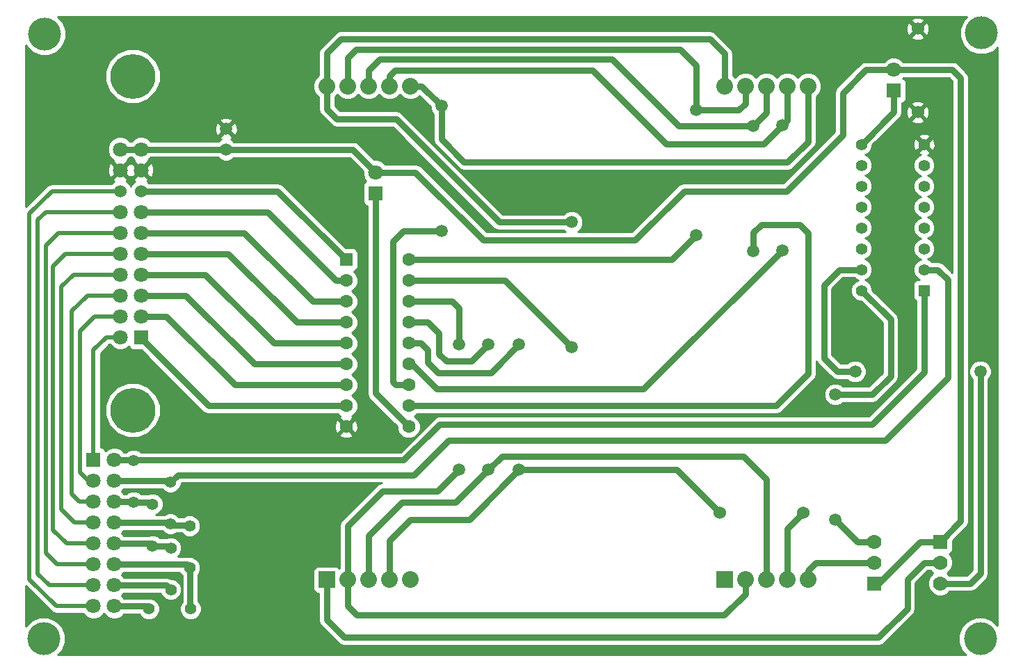
<source format=gbl>
G04 (created by PCBNEW (2013-07-07 BZR 4022)-stable) date 11-Jan-14 3:47:01 PM*
%MOIN*%
G04 Gerber Fmt 3.4, Leading zero omitted, Abs format*
%FSLAX34Y34*%
G01*
G70*
G90*
G04 APERTURE LIST*
%ADD10C,0.00590551*%
%ADD11C,0.055*%
%ADD12R,0.08X0.08*%
%ADD13C,0.08*%
%ADD14C,0.0590551*%
%ADD15R,0.0708661X0.0708661*%
%ADD16C,0.0708661*%
%ADD17C,0.06*%
%ADD18C,0.215*%
%ADD19R,0.0629921X0.0629921*%
%ADD20C,0.0629921*%
%ADD21R,0.055X0.055*%
%ADD22C,0.07*%
%ADD23R,0.07X0.07*%
%ADD24C,0.15748*%
%ADD25C,0.0283465*%
%ADD26C,0.019685*%
%ADD27C,0.01*%
G04 APERTURE END LIST*
G54D10*
G54D11*
X71550Y-53125D03*
X73550Y-53125D03*
G54D12*
X99150Y-51730D03*
G54D13*
X100150Y-51730D03*
X101150Y-51730D03*
X102150Y-51730D03*
X102150Y-28069D03*
X101150Y-28069D03*
X100150Y-28069D03*
X99150Y-28069D03*
X103150Y-51730D03*
X103142Y-28069D03*
G54D14*
X111400Y-41750D03*
X105400Y-41750D03*
G54D15*
X107244Y-28290D03*
G54D16*
X107244Y-27290D03*
G54D14*
X85580Y-35030D03*
X85580Y-29030D03*
X104450Y-48850D03*
X104450Y-42850D03*
X100520Y-35980D03*
X100520Y-29980D03*
X101910Y-35940D03*
X101910Y-29940D03*
X89280Y-40460D03*
X89280Y-46460D03*
X87820Y-40460D03*
X87820Y-46460D03*
X86410Y-40440D03*
X86410Y-46440D03*
X91810Y-40590D03*
X91810Y-34590D03*
X97770Y-35220D03*
X97770Y-29220D03*
X75250Y-30125D03*
X75250Y-31125D03*
G54D15*
X71175Y-40100D03*
G54D16*
X70175Y-40100D03*
X71175Y-39100D03*
X70175Y-39100D03*
X71175Y-38100D03*
X70175Y-38100D03*
X71175Y-37100D03*
X70175Y-37100D03*
X71175Y-36100D03*
X70175Y-36100D03*
X71175Y-35100D03*
X70175Y-35100D03*
X71175Y-34100D03*
X70175Y-34100D03*
G54D17*
X71175Y-33100D03*
X70175Y-33100D03*
G54D16*
X71175Y-32100D03*
X70175Y-32100D03*
X71175Y-31100D03*
X70175Y-31100D03*
G54D18*
X70775Y-43600D03*
X70775Y-27600D03*
G54D19*
X81002Y-36388D03*
G54D20*
X81002Y-37388D03*
X81002Y-38388D03*
X81002Y-39388D03*
X81002Y-40388D03*
X81002Y-41388D03*
X81002Y-42388D03*
X81002Y-43388D03*
X81002Y-44388D03*
X84002Y-44388D03*
X84002Y-43388D03*
X84002Y-42388D03*
X84002Y-41388D03*
X84002Y-40388D03*
X84002Y-39388D03*
X84002Y-38388D03*
X84002Y-37388D03*
X84002Y-36388D03*
G54D21*
X108705Y-37865D03*
G54D11*
X108705Y-36865D03*
X108705Y-35865D03*
X108705Y-34865D03*
X108705Y-33865D03*
X108705Y-32865D03*
X108705Y-31865D03*
X108705Y-30865D03*
X105705Y-30865D03*
X105705Y-31865D03*
X105705Y-32865D03*
X105705Y-33865D03*
X105705Y-34865D03*
X105705Y-35865D03*
X105705Y-36865D03*
X105705Y-37865D03*
G54D15*
X68892Y-45994D03*
G54D16*
X69892Y-45994D03*
X68892Y-46994D03*
X69892Y-46994D03*
X68892Y-47994D03*
X69892Y-47994D03*
X68892Y-48994D03*
X69892Y-48994D03*
X68892Y-49994D03*
X69892Y-49994D03*
X68892Y-50994D03*
X69892Y-50994D03*
X68892Y-51994D03*
X69892Y-51994D03*
X68892Y-52994D03*
X69892Y-52994D03*
G54D12*
X80080Y-51730D03*
G54D13*
X81080Y-51730D03*
X82080Y-51730D03*
X83080Y-51730D03*
X83080Y-28069D03*
X82080Y-28069D03*
X81080Y-28069D03*
X80080Y-28069D03*
X84080Y-51730D03*
X84072Y-28069D03*
G54D15*
X82404Y-33200D03*
G54D16*
X82404Y-32200D03*
G54D17*
X98900Y-48525D03*
X102900Y-48525D03*
X108400Y-29325D03*
X108400Y-25325D03*
G54D22*
X109475Y-51900D03*
X109475Y-50900D03*
G54D23*
X109475Y-49900D03*
G54D22*
X106325Y-49925D03*
X106325Y-50925D03*
G54D23*
X106325Y-51925D03*
G54D11*
X70825Y-48000D03*
X70825Y-46000D03*
X72600Y-52200D03*
X72600Y-50200D03*
X71725Y-50100D03*
X71725Y-48100D03*
X72575Y-49050D03*
X72575Y-47050D03*
X73500Y-51150D03*
X73500Y-49150D03*
G54D24*
X111450Y-25525D03*
X66550Y-25575D03*
X111400Y-54550D03*
X66500Y-54550D03*
G54D25*
X70220Y-45994D02*
X83765Y-45994D01*
X108705Y-41775D02*
X108705Y-37865D01*
X106200Y-44280D02*
X108705Y-41775D01*
X85480Y-44280D02*
X106200Y-44280D01*
X83765Y-45994D02*
X85480Y-44280D01*
X69892Y-45994D02*
X70220Y-45994D01*
X70220Y-45994D02*
X70829Y-45994D01*
X70829Y-45994D02*
X70841Y-46006D01*
X71725Y-50100D02*
X72500Y-50100D01*
X72500Y-50100D02*
X72600Y-50200D01*
X70841Y-48006D02*
X71631Y-48006D01*
X71631Y-48006D02*
X71725Y-48100D01*
X69892Y-51994D02*
X72394Y-51994D01*
X72394Y-51994D02*
X72600Y-52200D01*
X69892Y-49994D02*
X71619Y-49994D01*
X71619Y-49994D02*
X71725Y-50100D01*
X69892Y-47994D02*
X70829Y-47994D01*
X70829Y-47994D02*
X70841Y-48006D01*
X108705Y-36865D02*
X109365Y-36865D01*
X72945Y-46700D02*
X72595Y-47050D01*
X84260Y-46700D02*
X72945Y-46700D01*
X85920Y-45040D02*
X84260Y-46700D01*
X106860Y-45040D02*
X85920Y-45040D01*
X109860Y-42040D02*
X106860Y-45040D01*
X109860Y-37360D02*
X109860Y-42040D01*
X109365Y-36865D02*
X109860Y-37360D01*
X69892Y-46994D02*
X72494Y-46994D01*
X73525Y-51125D02*
X73525Y-53050D01*
X73525Y-53050D02*
X73575Y-53100D01*
X72600Y-49100D02*
X73500Y-49100D01*
X73500Y-49100D02*
X73525Y-49125D01*
X69892Y-52994D02*
X71469Y-52994D01*
X71469Y-52994D02*
X71575Y-53100D01*
X69892Y-50994D02*
X73394Y-50994D01*
X73394Y-50994D02*
X73525Y-51125D01*
X69892Y-48994D02*
X72494Y-48994D01*
X72494Y-48994D02*
X72600Y-49100D01*
X72494Y-46994D02*
X72600Y-47100D01*
G54D26*
X68892Y-45994D02*
X68892Y-40727D01*
X69520Y-40100D02*
X70175Y-40100D01*
X68892Y-40727D02*
X69520Y-40100D01*
X68892Y-46994D02*
X68654Y-46994D01*
X68940Y-39100D02*
X70175Y-39100D01*
X68240Y-39800D02*
X68940Y-39100D01*
X68240Y-46580D02*
X68240Y-39800D01*
X68654Y-46994D02*
X68240Y-46580D01*
X70175Y-38100D02*
X68600Y-38100D01*
X68214Y-47994D02*
X68892Y-47994D01*
X67840Y-47620D02*
X68214Y-47994D01*
X67840Y-38860D02*
X67840Y-47620D01*
X68600Y-38100D02*
X67840Y-38860D01*
X68892Y-48994D02*
X67994Y-48994D01*
X67940Y-37100D02*
X70175Y-37100D01*
X67360Y-37680D02*
X67940Y-37100D01*
X67360Y-48360D02*
X67360Y-37680D01*
X67994Y-48994D02*
X67360Y-48360D01*
X70175Y-36100D02*
X67560Y-36100D01*
X67614Y-49994D02*
X68892Y-49994D01*
X66960Y-49340D02*
X67614Y-49994D01*
X66960Y-36700D02*
X66960Y-49340D01*
X67560Y-36100D02*
X66960Y-36700D01*
X68892Y-50994D02*
X67144Y-50994D01*
X67200Y-35100D02*
X70175Y-35100D01*
X66600Y-35700D02*
X67200Y-35100D01*
X66600Y-50450D02*
X66600Y-35700D01*
X67144Y-50994D02*
X66600Y-50450D01*
X68892Y-51994D02*
X66769Y-51994D01*
X66600Y-34100D02*
X70175Y-34100D01*
X66225Y-34475D02*
X66600Y-34100D01*
X66225Y-51450D02*
X66225Y-34475D01*
X66769Y-51994D02*
X66225Y-51450D01*
X70175Y-33100D02*
X66900Y-33100D01*
X67119Y-52994D02*
X68892Y-52994D01*
X65825Y-51700D02*
X67119Y-52994D01*
X65825Y-34175D02*
X65825Y-51700D01*
X66900Y-33100D02*
X65825Y-34175D01*
G54D25*
X81080Y-28069D02*
X81080Y-26718D01*
X81080Y-26718D02*
X81488Y-26310D01*
X81488Y-26310D02*
X97010Y-26310D01*
X97010Y-26310D02*
X97770Y-27070D01*
X97770Y-27070D02*
X97770Y-29220D01*
X97770Y-29220D02*
X99830Y-29220D01*
X100150Y-28900D02*
X100150Y-28069D01*
X99830Y-29220D02*
X100150Y-28900D01*
X80080Y-28069D02*
X80080Y-26480D01*
X80080Y-26480D02*
X80745Y-25815D01*
X80745Y-25815D02*
X98435Y-25815D01*
X98435Y-25815D02*
X99150Y-26530D01*
X99150Y-26530D02*
X99150Y-28069D01*
X91810Y-34590D02*
X88340Y-34590D01*
X80080Y-29180D02*
X80080Y-28069D01*
X80550Y-29650D02*
X80080Y-29180D01*
X83400Y-29650D02*
X80550Y-29650D01*
X88340Y-34590D02*
X83400Y-29650D01*
X81080Y-51730D02*
X81080Y-52970D01*
X100150Y-52400D02*
X100150Y-51730D01*
X99130Y-53420D02*
X100150Y-52400D01*
X81530Y-53420D02*
X99130Y-53420D01*
X81080Y-52970D02*
X81530Y-53420D01*
X81080Y-51730D02*
X81080Y-49140D01*
X85370Y-47480D02*
X86410Y-46440D01*
X82740Y-47480D02*
X85370Y-47480D01*
X81080Y-49140D02*
X82740Y-47480D01*
X101150Y-51730D02*
X101150Y-46900D01*
X88480Y-45800D02*
X87820Y-46460D01*
X100050Y-45800D02*
X88480Y-45800D01*
X101150Y-46900D02*
X100050Y-45800D01*
X82080Y-51730D02*
X82080Y-49620D01*
X86250Y-48030D02*
X87820Y-46460D01*
X83670Y-48030D02*
X86250Y-48030D01*
X82080Y-49620D02*
X83670Y-48030D01*
X89280Y-46460D02*
X96835Y-46460D01*
X96835Y-46460D02*
X98900Y-48525D01*
X83080Y-51730D02*
X83080Y-49850D01*
X86900Y-48840D02*
X89280Y-46460D01*
X84090Y-48840D02*
X86900Y-48840D01*
X83080Y-49850D02*
X84090Y-48840D01*
X102150Y-51730D02*
X102150Y-49275D01*
X102150Y-49275D02*
X102900Y-48525D01*
X102150Y-28069D02*
X102150Y-29700D01*
X102150Y-29700D02*
X101910Y-29940D01*
X83080Y-28069D02*
X83080Y-27570D01*
X83080Y-27570D02*
X83335Y-27315D01*
X83335Y-27315D02*
X92805Y-27315D01*
X92805Y-27315D02*
X96340Y-30850D01*
X96340Y-30850D02*
X101000Y-30850D01*
X101000Y-30850D02*
X101910Y-29940D01*
X85580Y-29030D02*
X85580Y-30630D01*
X85580Y-30630D02*
X86660Y-31710D01*
X86660Y-31710D02*
X102165Y-31710D01*
X102165Y-31710D02*
X103142Y-30732D01*
X103142Y-30732D02*
X103142Y-28069D01*
X84072Y-28069D02*
X84619Y-28069D01*
X84619Y-28069D02*
X85580Y-29030D01*
X100520Y-29980D02*
X96955Y-29980D01*
X96955Y-29980D02*
X93750Y-26775D01*
X93750Y-26775D02*
X82625Y-26775D01*
X82625Y-26775D02*
X82080Y-27320D01*
X82080Y-27320D02*
X82080Y-28069D01*
X101150Y-28069D02*
X101150Y-29350D01*
X101150Y-29350D02*
X100520Y-29980D01*
X71175Y-37100D02*
X74260Y-37100D01*
X77548Y-40388D02*
X81002Y-40388D01*
X74260Y-37100D02*
X77548Y-40388D01*
X71175Y-38100D02*
X73320Y-38100D01*
X76608Y-41388D02*
X81002Y-41388D01*
X73320Y-38100D02*
X76608Y-41388D01*
X71175Y-39100D02*
X72380Y-39100D01*
X75668Y-42388D02*
X81002Y-42388D01*
X72380Y-39100D02*
X75668Y-42388D01*
X71175Y-40100D02*
X71175Y-40155D01*
X74408Y-43388D02*
X81002Y-43388D01*
X71175Y-40155D02*
X74408Y-43388D01*
X103150Y-51730D02*
X103150Y-51275D01*
X103500Y-50925D02*
X106325Y-50925D01*
X103150Y-51275D02*
X103500Y-50925D01*
X80080Y-51730D02*
X80080Y-53655D01*
X108725Y-50900D02*
X109475Y-50900D01*
X107900Y-51725D02*
X108725Y-50900D01*
X107900Y-53100D02*
X107900Y-51725D01*
X106525Y-54475D02*
X107900Y-53100D01*
X80900Y-54475D02*
X106525Y-54475D01*
X80080Y-53655D02*
X80900Y-54475D01*
X104450Y-42850D02*
X106225Y-42850D01*
X107100Y-39260D02*
X105705Y-37865D01*
X107100Y-41975D02*
X107100Y-39260D01*
X106225Y-42850D02*
X107100Y-41975D01*
X105400Y-41750D02*
X104550Y-41750D01*
X104660Y-36865D02*
X105705Y-36865D01*
X103900Y-37625D02*
X104660Y-36865D01*
X103900Y-41100D02*
X103900Y-37625D01*
X104550Y-41750D02*
X103900Y-41100D01*
X84002Y-43388D02*
X101616Y-43388D01*
X101616Y-43388D02*
X103145Y-41860D01*
X103145Y-41860D02*
X103145Y-35105D01*
X103145Y-35105D02*
X102740Y-34700D01*
X102740Y-34700D02*
X100910Y-34700D01*
X100910Y-34700D02*
X100520Y-35090D01*
X100520Y-35090D02*
X100520Y-35980D01*
X82404Y-33200D02*
X82404Y-42789D01*
X82404Y-42789D02*
X84002Y-44388D01*
X84002Y-36388D02*
X96601Y-36388D01*
X96601Y-36388D02*
X97770Y-35220D01*
X84002Y-37388D02*
X88608Y-37388D01*
X88608Y-37388D02*
X91810Y-40590D01*
X84002Y-38388D02*
X86068Y-38388D01*
X86068Y-38388D02*
X86410Y-38730D01*
X86410Y-38730D02*
X86410Y-40440D01*
X84002Y-39388D02*
X84928Y-39388D01*
X84928Y-39388D02*
X85448Y-39908D01*
X85448Y-39908D02*
X85448Y-40898D01*
X85448Y-40898D02*
X85800Y-41250D01*
X85800Y-41250D02*
X87030Y-41250D01*
X87030Y-41250D02*
X87820Y-40460D01*
X84002Y-40388D02*
X84586Y-40388D01*
X84586Y-40388D02*
X84920Y-40722D01*
X84920Y-40722D02*
X84920Y-41316D01*
X84920Y-41316D02*
X85404Y-41800D01*
X85404Y-41800D02*
X87940Y-41800D01*
X87940Y-41800D02*
X89280Y-40460D01*
X84002Y-41388D02*
X84134Y-41388D01*
X84134Y-41388D02*
X85338Y-42592D01*
X85338Y-42592D02*
X95258Y-42592D01*
X95258Y-42592D02*
X101910Y-35940D01*
X84002Y-42388D02*
X83388Y-42388D01*
X83388Y-42388D02*
X83250Y-42250D01*
X83250Y-42250D02*
X83250Y-35525D01*
X83250Y-35525D02*
X83745Y-35030D01*
X83745Y-35030D02*
X85580Y-35030D01*
X107244Y-28290D02*
X107244Y-29326D01*
X107244Y-29326D02*
X105705Y-30865D01*
X106325Y-49925D02*
X105525Y-49925D01*
X105525Y-49925D02*
X104450Y-48850D01*
X109475Y-51900D02*
X110925Y-51900D01*
X111400Y-51425D02*
X111400Y-41750D01*
X110925Y-51900D02*
X111400Y-51425D01*
X71175Y-33100D02*
X77714Y-33100D01*
X77714Y-33100D02*
X81002Y-36388D01*
X71175Y-34100D02*
X77240Y-34100D01*
X80528Y-37388D02*
X81002Y-37388D01*
X77240Y-34100D02*
X80528Y-37388D01*
X71175Y-35100D02*
X76120Y-35100D01*
X79408Y-38388D02*
X81002Y-38388D01*
X76120Y-35100D02*
X79408Y-38388D01*
X71175Y-36100D02*
X75360Y-36100D01*
X78648Y-39388D02*
X81002Y-39388D01*
X75360Y-36100D02*
X78648Y-39388D01*
X107244Y-27290D02*
X110065Y-27290D01*
X110450Y-48925D02*
X109475Y-49900D01*
X110450Y-27675D02*
X110450Y-48925D01*
X110065Y-27290D02*
X110450Y-27675D01*
X106325Y-51925D02*
X106500Y-51925D01*
X106500Y-51925D02*
X108525Y-49900D01*
X108525Y-49900D02*
X109475Y-49900D01*
X82404Y-32200D02*
X84325Y-32200D01*
X105910Y-27290D02*
X107244Y-27290D01*
X104800Y-28400D02*
X105910Y-27290D01*
X104800Y-30400D02*
X104800Y-28400D01*
X102100Y-33100D02*
X104800Y-30400D01*
X97200Y-33100D02*
X102100Y-33100D01*
X94850Y-35450D02*
X97200Y-33100D01*
X87575Y-35450D02*
X94850Y-35450D01*
X84325Y-32200D02*
X87575Y-35450D01*
X75250Y-31125D02*
X81329Y-31125D01*
X81329Y-31125D02*
X82404Y-32200D01*
X71175Y-31100D02*
X75223Y-31098D01*
X75223Y-31098D02*
X75250Y-31125D01*
X70175Y-31100D02*
X71175Y-31100D01*
G54D10*
G36*
X112230Y-53913D02*
X111988Y-53671D01*
X111607Y-53512D01*
X111194Y-53512D01*
X110813Y-53670D01*
X110521Y-53961D01*
X110362Y-54342D01*
X110362Y-54755D01*
X110520Y-55136D01*
X110713Y-55330D01*
X67186Y-55330D01*
X67378Y-55138D01*
X67537Y-54757D01*
X67537Y-54344D01*
X67379Y-53963D01*
X67088Y-53671D01*
X66707Y-53512D01*
X66294Y-53512D01*
X65913Y-53670D01*
X65633Y-53948D01*
X65633Y-52001D01*
X66873Y-53240D01*
X66873Y-53240D01*
X66986Y-53316D01*
X67119Y-53342D01*
X67119Y-53342D01*
X67119Y-53342D01*
X68386Y-53342D01*
X68550Y-53506D01*
X68772Y-53598D01*
X69012Y-53598D01*
X69234Y-53507D01*
X69393Y-53349D01*
X69550Y-53506D01*
X69772Y-53598D01*
X70012Y-53598D01*
X70234Y-53507D01*
X70355Y-53386D01*
X71089Y-53386D01*
X71104Y-53422D01*
X71252Y-53569D01*
X71445Y-53649D01*
X71653Y-53650D01*
X71847Y-53570D01*
X71994Y-53422D01*
X72074Y-53229D01*
X72075Y-53021D01*
X71995Y-52828D01*
X71847Y-52680D01*
X71654Y-52600D01*
X71446Y-52599D01*
X71439Y-52602D01*
X70355Y-52602D01*
X70247Y-52494D01*
X70355Y-52386D01*
X72108Y-52386D01*
X72154Y-52497D01*
X72302Y-52644D01*
X72495Y-52724D01*
X72703Y-52725D01*
X72897Y-52645D01*
X73044Y-52497D01*
X73124Y-52304D01*
X73125Y-52096D01*
X73045Y-51903D01*
X72897Y-51755D01*
X72704Y-51675D01*
X72607Y-51675D01*
X72544Y-51632D01*
X72394Y-51602D01*
X70355Y-51602D01*
X70247Y-51494D01*
X70355Y-51386D01*
X73029Y-51386D01*
X73054Y-51447D01*
X73133Y-51525D01*
X73133Y-52799D01*
X73105Y-52827D01*
X73025Y-53020D01*
X73024Y-53228D01*
X73104Y-53422D01*
X73252Y-53569D01*
X73445Y-53649D01*
X73653Y-53650D01*
X73847Y-53570D01*
X73994Y-53422D01*
X74074Y-53229D01*
X74075Y-53021D01*
X73995Y-52828D01*
X73916Y-52749D01*
X73916Y-51475D01*
X73944Y-51447D01*
X74024Y-51254D01*
X74025Y-51046D01*
X73945Y-50853D01*
X73797Y-50705D01*
X73604Y-50625D01*
X73506Y-50625D01*
X73394Y-50602D01*
X72939Y-50602D01*
X73044Y-50497D01*
X73124Y-50304D01*
X73125Y-50096D01*
X73045Y-49903D01*
X72897Y-49755D01*
X72704Y-49675D01*
X72496Y-49674D01*
X72415Y-49708D01*
X72075Y-49708D01*
X72022Y-49655D01*
X71829Y-49575D01*
X71621Y-49574D01*
X71553Y-49602D01*
X70355Y-49602D01*
X70247Y-49494D01*
X70355Y-49386D01*
X72168Y-49386D01*
X72277Y-49494D01*
X72470Y-49574D01*
X72678Y-49575D01*
X72872Y-49495D01*
X72875Y-49491D01*
X73099Y-49491D01*
X73202Y-49594D01*
X73395Y-49674D01*
X73603Y-49675D01*
X73797Y-49595D01*
X73944Y-49447D01*
X74024Y-49254D01*
X74025Y-49046D01*
X73945Y-48853D01*
X73797Y-48705D01*
X73604Y-48625D01*
X73396Y-48624D01*
X73203Y-48704D01*
X73199Y-48708D01*
X72975Y-48708D01*
X72872Y-48605D01*
X72679Y-48525D01*
X72471Y-48524D01*
X72282Y-48602D01*
X71883Y-48602D01*
X72022Y-48545D01*
X72169Y-48397D01*
X72249Y-48204D01*
X72250Y-47996D01*
X72170Y-47803D01*
X72022Y-47655D01*
X71829Y-47575D01*
X71621Y-47574D01*
X71525Y-47614D01*
X71182Y-47614D01*
X71122Y-47555D01*
X70929Y-47475D01*
X70721Y-47474D01*
X70528Y-47554D01*
X70479Y-47602D01*
X70355Y-47602D01*
X70247Y-47494D01*
X70355Y-47386D01*
X72168Y-47386D01*
X72277Y-47494D01*
X72470Y-47574D01*
X72678Y-47575D01*
X72872Y-47495D01*
X73019Y-47347D01*
X73099Y-47154D01*
X73099Y-47099D01*
X73107Y-47091D01*
X82722Y-47091D01*
X82590Y-47118D01*
X82463Y-47203D01*
X80803Y-48863D01*
X80718Y-48990D01*
X80688Y-49140D01*
X80688Y-51185D01*
X80621Y-51118D01*
X80529Y-51080D01*
X80430Y-51080D01*
X79630Y-51080D01*
X79538Y-51118D01*
X79468Y-51188D01*
X79430Y-51280D01*
X79429Y-51380D01*
X79429Y-52180D01*
X79467Y-52272D01*
X79538Y-52342D01*
X79630Y-52380D01*
X79688Y-52380D01*
X79688Y-53655D01*
X79718Y-53804D01*
X79803Y-53931D01*
X80623Y-54751D01*
X80750Y-54836D01*
X80900Y-54866D01*
X106525Y-54866D01*
X106674Y-54836D01*
X106801Y-54751D01*
X108176Y-53376D01*
X108176Y-53376D01*
X108233Y-53292D01*
X108261Y-53249D01*
X108261Y-53249D01*
X108291Y-53100D01*
X108291Y-53100D01*
X108291Y-51887D01*
X108887Y-51291D01*
X109018Y-51291D01*
X109126Y-51400D01*
X108966Y-51559D01*
X108875Y-51780D01*
X108874Y-52018D01*
X108966Y-52239D01*
X109134Y-52408D01*
X109355Y-52499D01*
X109593Y-52500D01*
X109814Y-52408D01*
X109931Y-52291D01*
X110925Y-52291D01*
X111074Y-52261D01*
X111201Y-52176D01*
X111676Y-51701D01*
X111676Y-51701D01*
X111761Y-51574D01*
X111791Y-51425D01*
X111791Y-51425D01*
X111791Y-42129D01*
X111861Y-42059D01*
X111945Y-41858D01*
X111945Y-41642D01*
X111862Y-41441D01*
X111709Y-41288D01*
X111508Y-41204D01*
X111292Y-41204D01*
X111091Y-41287D01*
X110938Y-41440D01*
X110854Y-41641D01*
X110854Y-41857D01*
X110937Y-42058D01*
X111008Y-42129D01*
X111008Y-51262D01*
X110762Y-51508D01*
X109931Y-51508D01*
X109823Y-51399D01*
X109983Y-51240D01*
X110074Y-51019D01*
X110075Y-50781D01*
X109983Y-50560D01*
X109909Y-50485D01*
X109966Y-50462D01*
X110036Y-50391D01*
X110074Y-50299D01*
X110075Y-50200D01*
X110075Y-49853D01*
X110726Y-49201D01*
X110726Y-49201D01*
X110783Y-49117D01*
X110811Y-49074D01*
X110811Y-49074D01*
X110841Y-48925D01*
X110841Y-48925D01*
X110841Y-27675D01*
X110811Y-27525D01*
X110726Y-27398D01*
X110726Y-27398D01*
X110341Y-27013D01*
X110214Y-26928D01*
X110065Y-26898D01*
X108954Y-26898D01*
X108954Y-25406D01*
X108943Y-25188D01*
X108881Y-25037D01*
X108785Y-25009D01*
X108715Y-25080D01*
X108715Y-24939D01*
X108687Y-24843D01*
X108481Y-24770D01*
X108263Y-24781D01*
X108112Y-24843D01*
X108084Y-24939D01*
X108400Y-25254D01*
X108715Y-24939D01*
X108715Y-25080D01*
X108470Y-25325D01*
X108785Y-25640D01*
X108881Y-25612D01*
X108954Y-25406D01*
X108954Y-26898D01*
X108715Y-26898D01*
X108715Y-25710D01*
X108400Y-25395D01*
X108329Y-25466D01*
X108329Y-25325D01*
X108014Y-25009D01*
X107918Y-25037D01*
X107845Y-25243D01*
X107856Y-25461D01*
X107918Y-25612D01*
X108014Y-25640D01*
X108329Y-25325D01*
X108329Y-25466D01*
X108084Y-25710D01*
X108112Y-25806D01*
X108318Y-25879D01*
X108536Y-25868D01*
X108687Y-25806D01*
X108715Y-25710D01*
X108715Y-26898D01*
X107706Y-26898D01*
X107586Y-26777D01*
X107364Y-26685D01*
X107124Y-26685D01*
X106902Y-26777D01*
X106781Y-26898D01*
X105910Y-26898D01*
X105760Y-26928D01*
X105633Y-27013D01*
X104523Y-28123D01*
X104438Y-28250D01*
X104408Y-28400D01*
X104408Y-30237D01*
X101937Y-32708D01*
X97200Y-32708D01*
X97050Y-32738D01*
X96973Y-32788D01*
X96923Y-32823D01*
X94687Y-35058D01*
X92104Y-35058D01*
X92118Y-35052D01*
X92271Y-34899D01*
X92355Y-34698D01*
X92355Y-34482D01*
X92272Y-34281D01*
X92119Y-34128D01*
X91918Y-34044D01*
X91702Y-34044D01*
X91501Y-34127D01*
X91430Y-34198D01*
X88502Y-34198D01*
X83676Y-29373D01*
X83549Y-29288D01*
X83400Y-29258D01*
X80712Y-29258D01*
X80471Y-29017D01*
X80471Y-28596D01*
X80580Y-28488D01*
X80711Y-28620D01*
X80950Y-28719D01*
X81208Y-28719D01*
X81447Y-28620D01*
X81580Y-28488D01*
X81711Y-28620D01*
X81950Y-28719D01*
X82208Y-28719D01*
X82447Y-28620D01*
X82580Y-28488D01*
X82711Y-28620D01*
X82950Y-28719D01*
X83208Y-28719D01*
X83447Y-28620D01*
X83576Y-28492D01*
X83703Y-28620D01*
X83942Y-28719D01*
X84200Y-28719D01*
X84439Y-28620D01*
X84528Y-28532D01*
X85034Y-29038D01*
X85034Y-29137D01*
X85117Y-29338D01*
X85188Y-29409D01*
X85188Y-30630D01*
X85218Y-30779D01*
X85303Y-30906D01*
X86383Y-31986D01*
X86383Y-31986D01*
X86510Y-32071D01*
X86660Y-32101D01*
X102165Y-32101D01*
X102314Y-32071D01*
X102441Y-31986D01*
X103419Y-31009D01*
X103419Y-31009D01*
X103504Y-30882D01*
X103533Y-30732D01*
X103533Y-30732D01*
X103533Y-28596D01*
X103692Y-28437D01*
X103792Y-28199D01*
X103792Y-27940D01*
X103693Y-27701D01*
X103510Y-27518D01*
X103271Y-27419D01*
X103013Y-27419D01*
X102774Y-27517D01*
X102645Y-27646D01*
X102518Y-27518D01*
X102279Y-27419D01*
X102021Y-27419D01*
X101782Y-27517D01*
X101649Y-27650D01*
X101518Y-27518D01*
X101279Y-27419D01*
X101021Y-27419D01*
X100782Y-27517D01*
X100649Y-27650D01*
X100518Y-27518D01*
X100279Y-27419D01*
X100021Y-27419D01*
X99782Y-27517D01*
X99649Y-27650D01*
X99541Y-27541D01*
X99541Y-26530D01*
X99511Y-26380D01*
X99426Y-26253D01*
X98711Y-25538D01*
X98584Y-25453D01*
X98435Y-25423D01*
X80745Y-25423D01*
X80595Y-25453D01*
X80468Y-25538D01*
X79803Y-26203D01*
X79718Y-26330D01*
X79688Y-26480D01*
X79688Y-27541D01*
X79529Y-27700D01*
X79430Y-27939D01*
X79429Y-28198D01*
X79528Y-28437D01*
X79688Y-28596D01*
X79688Y-29180D01*
X79718Y-29329D01*
X79803Y-29456D01*
X80273Y-29926D01*
X80400Y-30011D01*
X80550Y-30041D01*
X83237Y-30041D01*
X88063Y-34866D01*
X88190Y-34951D01*
X88340Y-34981D01*
X91430Y-34981D01*
X91500Y-35051D01*
X91515Y-35058D01*
X87737Y-35058D01*
X84601Y-31923D01*
X84474Y-31838D01*
X84325Y-31808D01*
X82866Y-31808D01*
X82746Y-31687D01*
X82524Y-31595D01*
X82353Y-31595D01*
X81605Y-30848D01*
X81478Y-30763D01*
X81329Y-30733D01*
X75800Y-30733D01*
X75800Y-30205D01*
X75789Y-29988D01*
X75727Y-29839D01*
X75632Y-29813D01*
X75561Y-29883D01*
X75561Y-29742D01*
X75535Y-29647D01*
X75330Y-29574D01*
X75113Y-29585D01*
X74964Y-29647D01*
X74938Y-29742D01*
X75250Y-30054D01*
X75561Y-29742D01*
X75561Y-29883D01*
X75320Y-30125D01*
X75632Y-30436D01*
X75727Y-30410D01*
X75800Y-30205D01*
X75800Y-30733D01*
X75629Y-30733D01*
X75559Y-30663D01*
X75474Y-30627D01*
X75535Y-30602D01*
X75561Y-30507D01*
X75250Y-30195D01*
X75179Y-30266D01*
X75179Y-30125D01*
X74867Y-29813D01*
X74772Y-29839D01*
X74699Y-30044D01*
X74710Y-30261D01*
X74772Y-30410D01*
X74867Y-30436D01*
X75179Y-30125D01*
X75179Y-30266D01*
X74938Y-30507D01*
X74964Y-30602D01*
X75030Y-30625D01*
X74941Y-30662D01*
X74895Y-30708D01*
X72100Y-30708D01*
X72100Y-27337D01*
X71898Y-26850D01*
X71526Y-26477D01*
X71039Y-26275D01*
X70512Y-26274D01*
X70025Y-26476D01*
X69652Y-26848D01*
X69450Y-27335D01*
X69449Y-27862D01*
X69651Y-28349D01*
X70023Y-28722D01*
X70510Y-28924D01*
X71037Y-28925D01*
X71524Y-28723D01*
X71897Y-28351D01*
X72099Y-27864D01*
X72100Y-27337D01*
X72100Y-30708D01*
X71637Y-30708D01*
X71517Y-30587D01*
X71295Y-30495D01*
X71055Y-30495D01*
X70833Y-30587D01*
X70712Y-30708D01*
X70637Y-30708D01*
X70517Y-30587D01*
X70295Y-30495D01*
X70055Y-30495D01*
X69833Y-30587D01*
X69662Y-30757D01*
X69570Y-30979D01*
X69570Y-31219D01*
X69662Y-31441D01*
X69832Y-31612D01*
X69840Y-31615D01*
X69820Y-31674D01*
X70175Y-32029D01*
X70529Y-31674D01*
X70509Y-31615D01*
X70516Y-31612D01*
X70637Y-31491D01*
X70712Y-31491D01*
X70832Y-31612D01*
X70840Y-31615D01*
X70820Y-31674D01*
X71175Y-32029D01*
X71529Y-31674D01*
X71509Y-31615D01*
X71516Y-31612D01*
X71637Y-31491D01*
X74845Y-31491D01*
X74940Y-31586D01*
X75141Y-31670D01*
X75357Y-31670D01*
X75558Y-31587D01*
X75629Y-31516D01*
X81166Y-31516D01*
X81799Y-32149D01*
X81799Y-32319D01*
X81891Y-32541D01*
X81961Y-32611D01*
X81908Y-32633D01*
X81837Y-32703D01*
X81799Y-32795D01*
X81799Y-32895D01*
X81799Y-33603D01*
X81837Y-33695D01*
X81907Y-33766D01*
X81999Y-33804D01*
X82012Y-33804D01*
X82012Y-42789D01*
X82042Y-42939D01*
X82127Y-43066D01*
X83437Y-44377D01*
X83437Y-44500D01*
X83523Y-44707D01*
X83681Y-44866D01*
X83889Y-44953D01*
X84114Y-44953D01*
X84321Y-44867D01*
X84481Y-44708D01*
X84567Y-44501D01*
X84567Y-44276D01*
X84481Y-44068D01*
X84322Y-43909D01*
X84271Y-43888D01*
X84321Y-43867D01*
X84409Y-43779D01*
X101616Y-43779D01*
X101766Y-43750D01*
X101893Y-43665D01*
X103421Y-42136D01*
X103421Y-42136D01*
X103506Y-42009D01*
X103536Y-41860D01*
X103536Y-41860D01*
X103536Y-41243D01*
X103538Y-41249D01*
X103623Y-41376D01*
X104273Y-42026D01*
X104273Y-42026D01*
X104400Y-42111D01*
X104550Y-42141D01*
X105020Y-42141D01*
X105090Y-42211D01*
X105291Y-42295D01*
X105507Y-42295D01*
X105708Y-42212D01*
X105861Y-42059D01*
X105945Y-41858D01*
X105945Y-41642D01*
X105862Y-41441D01*
X105709Y-41288D01*
X105508Y-41204D01*
X105292Y-41204D01*
X105091Y-41287D01*
X105020Y-41358D01*
X104712Y-41358D01*
X104291Y-40937D01*
X104291Y-37787D01*
X104822Y-37256D01*
X105354Y-37256D01*
X105407Y-37309D01*
X105540Y-37365D01*
X105408Y-37419D01*
X105260Y-37567D01*
X105180Y-37760D01*
X105179Y-37968D01*
X105259Y-38162D01*
X105407Y-38309D01*
X105600Y-38389D01*
X105675Y-38389D01*
X106708Y-39422D01*
X106708Y-41812D01*
X106062Y-42458D01*
X104829Y-42458D01*
X104759Y-42388D01*
X104558Y-42304D01*
X104342Y-42304D01*
X104141Y-42387D01*
X103988Y-42540D01*
X103904Y-42741D01*
X103904Y-42957D01*
X103987Y-43158D01*
X104140Y-43311D01*
X104341Y-43395D01*
X104557Y-43395D01*
X104758Y-43312D01*
X104829Y-43241D01*
X106225Y-43241D01*
X106374Y-43211D01*
X106501Y-43126D01*
X107376Y-42251D01*
X107376Y-42251D01*
X107461Y-42124D01*
X107491Y-41975D01*
X107491Y-41975D01*
X107491Y-39260D01*
X107491Y-39259D01*
X107461Y-39110D01*
X107461Y-39110D01*
X107433Y-39067D01*
X107376Y-38983D01*
X107376Y-38983D01*
X106230Y-37836D01*
X106230Y-37761D01*
X106150Y-37568D01*
X106002Y-37420D01*
X105869Y-37364D01*
X106002Y-37310D01*
X106149Y-37162D01*
X106229Y-36969D01*
X106230Y-36761D01*
X106150Y-36568D01*
X106002Y-36420D01*
X105869Y-36364D01*
X106002Y-36310D01*
X106149Y-36162D01*
X106229Y-35969D01*
X106230Y-35761D01*
X106150Y-35568D01*
X106002Y-35420D01*
X105869Y-35364D01*
X106002Y-35310D01*
X106149Y-35162D01*
X106229Y-34969D01*
X106230Y-34761D01*
X106150Y-34568D01*
X106002Y-34420D01*
X105869Y-34364D01*
X106002Y-34310D01*
X106149Y-34162D01*
X106229Y-33969D01*
X106230Y-33761D01*
X106150Y-33568D01*
X106002Y-33420D01*
X105869Y-33364D01*
X106002Y-33310D01*
X106149Y-33162D01*
X106229Y-32969D01*
X106230Y-32761D01*
X106150Y-32568D01*
X106002Y-32420D01*
X105869Y-32364D01*
X106002Y-32310D01*
X106149Y-32162D01*
X106229Y-31969D01*
X106230Y-31761D01*
X106150Y-31568D01*
X106002Y-31420D01*
X105869Y-31364D01*
X106002Y-31310D01*
X106149Y-31162D01*
X106229Y-30969D01*
X106229Y-30894D01*
X107520Y-29602D01*
X107520Y-29602D01*
X107605Y-29475D01*
X107635Y-29326D01*
X107635Y-29326D01*
X107635Y-28894D01*
X107647Y-28894D01*
X107739Y-28856D01*
X107810Y-28786D01*
X107848Y-28694D01*
X107848Y-28594D01*
X107848Y-27886D01*
X107810Y-27794D01*
X107740Y-27723D01*
X107686Y-27701D01*
X107706Y-27681D01*
X109902Y-27681D01*
X110058Y-27837D01*
X110058Y-37004D01*
X109641Y-36588D01*
X109514Y-36503D01*
X109365Y-36473D01*
X109234Y-36473D01*
X109234Y-30940D01*
X109223Y-30732D01*
X109165Y-30592D01*
X109072Y-30567D01*
X109002Y-30638D01*
X109002Y-30497D01*
X108977Y-30404D01*
X108954Y-30396D01*
X108954Y-29406D01*
X108943Y-29188D01*
X108881Y-29037D01*
X108785Y-29009D01*
X108715Y-29080D01*
X108715Y-28939D01*
X108687Y-28843D01*
X108481Y-28770D01*
X108263Y-28781D01*
X108112Y-28843D01*
X108084Y-28939D01*
X108400Y-29254D01*
X108715Y-28939D01*
X108715Y-29080D01*
X108470Y-29325D01*
X108785Y-29640D01*
X108881Y-29612D01*
X108954Y-29406D01*
X108954Y-30396D01*
X108780Y-30335D01*
X108715Y-30338D01*
X108715Y-29710D01*
X108400Y-29395D01*
X108329Y-29466D01*
X108329Y-29325D01*
X108014Y-29009D01*
X107918Y-29037D01*
X107845Y-29243D01*
X107856Y-29461D01*
X107918Y-29612D01*
X108014Y-29640D01*
X108329Y-29325D01*
X108329Y-29466D01*
X108084Y-29710D01*
X108112Y-29806D01*
X108318Y-29879D01*
X108536Y-29868D01*
X108687Y-29806D01*
X108715Y-29710D01*
X108715Y-30338D01*
X108572Y-30346D01*
X108432Y-30404D01*
X108407Y-30497D01*
X108705Y-30794D01*
X109002Y-30497D01*
X109002Y-30638D01*
X108775Y-30865D01*
X109072Y-31162D01*
X109165Y-31137D01*
X109234Y-30940D01*
X109234Y-36473D01*
X109055Y-36473D01*
X109002Y-36420D01*
X108869Y-36364D01*
X109002Y-36310D01*
X109149Y-36162D01*
X109229Y-35969D01*
X109230Y-35761D01*
X109150Y-35568D01*
X109002Y-35420D01*
X108869Y-35364D01*
X109002Y-35310D01*
X109149Y-35162D01*
X109229Y-34969D01*
X109230Y-34761D01*
X109150Y-34568D01*
X109002Y-34420D01*
X108869Y-34364D01*
X109002Y-34310D01*
X109149Y-34162D01*
X109229Y-33969D01*
X109230Y-33761D01*
X109150Y-33568D01*
X109002Y-33420D01*
X108869Y-33364D01*
X109002Y-33310D01*
X109149Y-33162D01*
X109229Y-32969D01*
X109230Y-32761D01*
X109150Y-32568D01*
X109002Y-32420D01*
X108869Y-32364D01*
X109002Y-32310D01*
X109149Y-32162D01*
X109229Y-31969D01*
X109230Y-31761D01*
X109150Y-31568D01*
X109002Y-31420D01*
X108876Y-31367D01*
X108977Y-31325D01*
X109002Y-31232D01*
X108705Y-30935D01*
X108634Y-31006D01*
X108634Y-30865D01*
X108337Y-30567D01*
X108244Y-30592D01*
X108175Y-30789D01*
X108186Y-30997D01*
X108244Y-31137D01*
X108337Y-31162D01*
X108634Y-30865D01*
X108634Y-31006D01*
X108407Y-31232D01*
X108432Y-31325D01*
X108542Y-31364D01*
X108408Y-31419D01*
X108260Y-31567D01*
X108180Y-31760D01*
X108179Y-31968D01*
X108259Y-32162D01*
X108407Y-32309D01*
X108540Y-32365D01*
X108408Y-32419D01*
X108260Y-32567D01*
X108180Y-32760D01*
X108179Y-32968D01*
X108259Y-33162D01*
X108407Y-33309D01*
X108540Y-33365D01*
X108408Y-33419D01*
X108260Y-33567D01*
X108180Y-33760D01*
X108179Y-33968D01*
X108259Y-34162D01*
X108407Y-34309D01*
X108540Y-34365D01*
X108408Y-34419D01*
X108260Y-34567D01*
X108180Y-34760D01*
X108179Y-34968D01*
X108259Y-35162D01*
X108407Y-35309D01*
X108540Y-35365D01*
X108408Y-35419D01*
X108260Y-35567D01*
X108180Y-35760D01*
X108179Y-35968D01*
X108259Y-36162D01*
X108407Y-36309D01*
X108540Y-36365D01*
X108408Y-36419D01*
X108260Y-36567D01*
X108180Y-36760D01*
X108179Y-36968D01*
X108259Y-37162D01*
X108407Y-37309D01*
X108479Y-37339D01*
X108380Y-37339D01*
X108288Y-37377D01*
X108218Y-37448D01*
X108180Y-37540D01*
X108179Y-37639D01*
X108179Y-38189D01*
X108217Y-38281D01*
X108288Y-38351D01*
X108313Y-38362D01*
X108313Y-41612D01*
X106037Y-43888D01*
X85480Y-43888D01*
X85330Y-43918D01*
X85203Y-44003D01*
X83603Y-45602D01*
X81572Y-45602D01*
X81572Y-44473D01*
X81561Y-44249D01*
X81496Y-44091D01*
X81399Y-44062D01*
X81073Y-44388D01*
X81399Y-44714D01*
X81496Y-44685D01*
X81572Y-44473D01*
X81572Y-45602D01*
X81328Y-45602D01*
X81328Y-44784D01*
X81002Y-44458D01*
X80931Y-44529D01*
X80931Y-44388D01*
X80605Y-44062D01*
X80508Y-44091D01*
X80432Y-44302D01*
X80443Y-44527D01*
X80508Y-44685D01*
X80605Y-44714D01*
X80931Y-44388D01*
X80931Y-44529D01*
X80676Y-44784D01*
X80705Y-44881D01*
X80917Y-44957D01*
X81141Y-44947D01*
X81299Y-44881D01*
X81328Y-44784D01*
X81328Y-45602D01*
X72100Y-45602D01*
X72100Y-43337D01*
X71898Y-42850D01*
X71526Y-42477D01*
X71039Y-42275D01*
X70512Y-42274D01*
X70025Y-42476D01*
X69652Y-42848D01*
X69450Y-43335D01*
X69449Y-43862D01*
X69651Y-44349D01*
X70023Y-44722D01*
X70510Y-44924D01*
X71037Y-44925D01*
X71524Y-44723D01*
X71897Y-44351D01*
X72099Y-43864D01*
X72100Y-43337D01*
X72100Y-45602D01*
X71170Y-45602D01*
X71122Y-45555D01*
X70929Y-45475D01*
X70721Y-45474D01*
X70528Y-45554D01*
X70479Y-45602D01*
X70355Y-45602D01*
X70235Y-45482D01*
X70013Y-45390D01*
X69773Y-45390D01*
X69551Y-45481D01*
X69481Y-45551D01*
X69459Y-45498D01*
X69389Y-45428D01*
X69297Y-45390D01*
X69241Y-45390D01*
X69241Y-40871D01*
X69664Y-40448D01*
X69668Y-40448D01*
X69832Y-40612D01*
X70054Y-40704D01*
X70294Y-40704D01*
X70516Y-40612D01*
X70586Y-40542D01*
X70608Y-40595D01*
X70678Y-40666D01*
X70770Y-40704D01*
X70870Y-40704D01*
X71170Y-40704D01*
X74131Y-43665D01*
X74258Y-43750D01*
X74408Y-43779D01*
X80595Y-43779D01*
X80681Y-43866D01*
X80727Y-43885D01*
X80705Y-43894D01*
X80676Y-43991D01*
X81002Y-44317D01*
X81328Y-43991D01*
X81299Y-43894D01*
X81276Y-43886D01*
X81321Y-43867D01*
X81481Y-43708D01*
X81567Y-43501D01*
X81567Y-43276D01*
X81481Y-43068D01*
X81322Y-42909D01*
X81271Y-42888D01*
X81321Y-42867D01*
X81481Y-42708D01*
X81567Y-42501D01*
X81567Y-42276D01*
X81481Y-42068D01*
X81322Y-41909D01*
X81271Y-41888D01*
X81321Y-41867D01*
X81481Y-41708D01*
X81567Y-41501D01*
X81567Y-41276D01*
X81481Y-41068D01*
X81322Y-40909D01*
X81271Y-40888D01*
X81321Y-40867D01*
X81481Y-40708D01*
X81567Y-40501D01*
X81567Y-40276D01*
X81481Y-40068D01*
X81322Y-39909D01*
X81271Y-39888D01*
X81321Y-39867D01*
X81481Y-39708D01*
X81567Y-39501D01*
X81567Y-39276D01*
X81481Y-39068D01*
X81322Y-38909D01*
X81271Y-38888D01*
X81321Y-38867D01*
X81481Y-38708D01*
X81567Y-38501D01*
X81567Y-38276D01*
X81481Y-38068D01*
X81322Y-37909D01*
X81271Y-37888D01*
X81321Y-37867D01*
X81481Y-37708D01*
X81567Y-37501D01*
X81567Y-37276D01*
X81481Y-37068D01*
X81366Y-36953D01*
X81366Y-36953D01*
X81458Y-36915D01*
X81529Y-36844D01*
X81567Y-36753D01*
X81567Y-36653D01*
X81567Y-36023D01*
X81529Y-35931D01*
X81459Y-35861D01*
X81367Y-35823D01*
X81267Y-35823D01*
X80991Y-35823D01*
X77991Y-32823D01*
X77864Y-32738D01*
X77714Y-32708D01*
X71783Y-32708D01*
X71783Y-32194D01*
X71773Y-31954D01*
X71701Y-31779D01*
X71600Y-31745D01*
X71245Y-32100D01*
X71600Y-32454D01*
X71701Y-32420D01*
X71783Y-32194D01*
X71783Y-32708D01*
X71561Y-32708D01*
X71486Y-32634D01*
X71481Y-32631D01*
X71495Y-32626D01*
X71529Y-32525D01*
X71175Y-32170D01*
X71104Y-32241D01*
X71104Y-32100D01*
X70749Y-31745D01*
X70675Y-31770D01*
X70600Y-31745D01*
X70245Y-32100D01*
X70600Y-32454D01*
X70675Y-32429D01*
X70749Y-32454D01*
X71104Y-32100D01*
X71104Y-32241D01*
X70820Y-32525D01*
X70854Y-32626D01*
X70868Y-32631D01*
X70863Y-32633D01*
X70709Y-32788D01*
X70675Y-32869D01*
X70641Y-32788D01*
X70486Y-32634D01*
X70481Y-32631D01*
X70495Y-32626D01*
X70529Y-32525D01*
X70175Y-32170D01*
X70104Y-32241D01*
X70104Y-32100D01*
X69749Y-31745D01*
X69648Y-31779D01*
X69566Y-32005D01*
X69576Y-32245D01*
X69648Y-32420D01*
X69749Y-32454D01*
X70104Y-32100D01*
X70104Y-32241D01*
X69820Y-32525D01*
X69854Y-32626D01*
X69868Y-32631D01*
X69863Y-32633D01*
X69745Y-32751D01*
X66900Y-32751D01*
X66900Y-32751D01*
X66766Y-32778D01*
X66653Y-32853D01*
X66653Y-32853D01*
X65643Y-33863D01*
X65643Y-26098D01*
X65670Y-26161D01*
X65961Y-26453D01*
X66342Y-26612D01*
X66755Y-26612D01*
X67136Y-26454D01*
X67428Y-26163D01*
X67587Y-25782D01*
X67587Y-25369D01*
X67429Y-24988D01*
X67186Y-24744D01*
X110763Y-24744D01*
X110571Y-24936D01*
X110412Y-25317D01*
X110412Y-25730D01*
X110570Y-26111D01*
X110861Y-26403D01*
X111242Y-26562D01*
X111655Y-26562D01*
X112036Y-26404D01*
X112230Y-26211D01*
X112230Y-53913D01*
X112230Y-53913D01*
G37*
G54D27*
X112230Y-53913D02*
X111988Y-53671D01*
X111607Y-53512D01*
X111194Y-53512D01*
X110813Y-53670D01*
X110521Y-53961D01*
X110362Y-54342D01*
X110362Y-54755D01*
X110520Y-55136D01*
X110713Y-55330D01*
X67186Y-55330D01*
X67378Y-55138D01*
X67537Y-54757D01*
X67537Y-54344D01*
X67379Y-53963D01*
X67088Y-53671D01*
X66707Y-53512D01*
X66294Y-53512D01*
X65913Y-53670D01*
X65633Y-53948D01*
X65633Y-52001D01*
X66873Y-53240D01*
X66873Y-53240D01*
X66986Y-53316D01*
X67119Y-53342D01*
X67119Y-53342D01*
X67119Y-53342D01*
X68386Y-53342D01*
X68550Y-53506D01*
X68772Y-53598D01*
X69012Y-53598D01*
X69234Y-53507D01*
X69393Y-53349D01*
X69550Y-53506D01*
X69772Y-53598D01*
X70012Y-53598D01*
X70234Y-53507D01*
X70355Y-53386D01*
X71089Y-53386D01*
X71104Y-53422D01*
X71252Y-53569D01*
X71445Y-53649D01*
X71653Y-53650D01*
X71847Y-53570D01*
X71994Y-53422D01*
X72074Y-53229D01*
X72075Y-53021D01*
X71995Y-52828D01*
X71847Y-52680D01*
X71654Y-52600D01*
X71446Y-52599D01*
X71439Y-52602D01*
X70355Y-52602D01*
X70247Y-52494D01*
X70355Y-52386D01*
X72108Y-52386D01*
X72154Y-52497D01*
X72302Y-52644D01*
X72495Y-52724D01*
X72703Y-52725D01*
X72897Y-52645D01*
X73044Y-52497D01*
X73124Y-52304D01*
X73125Y-52096D01*
X73045Y-51903D01*
X72897Y-51755D01*
X72704Y-51675D01*
X72607Y-51675D01*
X72544Y-51632D01*
X72394Y-51602D01*
X70355Y-51602D01*
X70247Y-51494D01*
X70355Y-51386D01*
X73029Y-51386D01*
X73054Y-51447D01*
X73133Y-51525D01*
X73133Y-52799D01*
X73105Y-52827D01*
X73025Y-53020D01*
X73024Y-53228D01*
X73104Y-53422D01*
X73252Y-53569D01*
X73445Y-53649D01*
X73653Y-53650D01*
X73847Y-53570D01*
X73994Y-53422D01*
X74074Y-53229D01*
X74075Y-53021D01*
X73995Y-52828D01*
X73916Y-52749D01*
X73916Y-51475D01*
X73944Y-51447D01*
X74024Y-51254D01*
X74025Y-51046D01*
X73945Y-50853D01*
X73797Y-50705D01*
X73604Y-50625D01*
X73506Y-50625D01*
X73394Y-50602D01*
X72939Y-50602D01*
X73044Y-50497D01*
X73124Y-50304D01*
X73125Y-50096D01*
X73045Y-49903D01*
X72897Y-49755D01*
X72704Y-49675D01*
X72496Y-49674D01*
X72415Y-49708D01*
X72075Y-49708D01*
X72022Y-49655D01*
X71829Y-49575D01*
X71621Y-49574D01*
X71553Y-49602D01*
X70355Y-49602D01*
X70247Y-49494D01*
X70355Y-49386D01*
X72168Y-49386D01*
X72277Y-49494D01*
X72470Y-49574D01*
X72678Y-49575D01*
X72872Y-49495D01*
X72875Y-49491D01*
X73099Y-49491D01*
X73202Y-49594D01*
X73395Y-49674D01*
X73603Y-49675D01*
X73797Y-49595D01*
X73944Y-49447D01*
X74024Y-49254D01*
X74025Y-49046D01*
X73945Y-48853D01*
X73797Y-48705D01*
X73604Y-48625D01*
X73396Y-48624D01*
X73203Y-48704D01*
X73199Y-48708D01*
X72975Y-48708D01*
X72872Y-48605D01*
X72679Y-48525D01*
X72471Y-48524D01*
X72282Y-48602D01*
X71883Y-48602D01*
X72022Y-48545D01*
X72169Y-48397D01*
X72249Y-48204D01*
X72250Y-47996D01*
X72170Y-47803D01*
X72022Y-47655D01*
X71829Y-47575D01*
X71621Y-47574D01*
X71525Y-47614D01*
X71182Y-47614D01*
X71122Y-47555D01*
X70929Y-47475D01*
X70721Y-47474D01*
X70528Y-47554D01*
X70479Y-47602D01*
X70355Y-47602D01*
X70247Y-47494D01*
X70355Y-47386D01*
X72168Y-47386D01*
X72277Y-47494D01*
X72470Y-47574D01*
X72678Y-47575D01*
X72872Y-47495D01*
X73019Y-47347D01*
X73099Y-47154D01*
X73099Y-47099D01*
X73107Y-47091D01*
X82722Y-47091D01*
X82590Y-47118D01*
X82463Y-47203D01*
X80803Y-48863D01*
X80718Y-48990D01*
X80688Y-49140D01*
X80688Y-51185D01*
X80621Y-51118D01*
X80529Y-51080D01*
X80430Y-51080D01*
X79630Y-51080D01*
X79538Y-51118D01*
X79468Y-51188D01*
X79430Y-51280D01*
X79429Y-51380D01*
X79429Y-52180D01*
X79467Y-52272D01*
X79538Y-52342D01*
X79630Y-52380D01*
X79688Y-52380D01*
X79688Y-53655D01*
X79718Y-53804D01*
X79803Y-53931D01*
X80623Y-54751D01*
X80750Y-54836D01*
X80900Y-54866D01*
X106525Y-54866D01*
X106674Y-54836D01*
X106801Y-54751D01*
X108176Y-53376D01*
X108176Y-53376D01*
X108233Y-53292D01*
X108261Y-53249D01*
X108261Y-53249D01*
X108291Y-53100D01*
X108291Y-53100D01*
X108291Y-51887D01*
X108887Y-51291D01*
X109018Y-51291D01*
X109126Y-51400D01*
X108966Y-51559D01*
X108875Y-51780D01*
X108874Y-52018D01*
X108966Y-52239D01*
X109134Y-52408D01*
X109355Y-52499D01*
X109593Y-52500D01*
X109814Y-52408D01*
X109931Y-52291D01*
X110925Y-52291D01*
X111074Y-52261D01*
X111201Y-52176D01*
X111676Y-51701D01*
X111676Y-51701D01*
X111761Y-51574D01*
X111791Y-51425D01*
X111791Y-51425D01*
X111791Y-42129D01*
X111861Y-42059D01*
X111945Y-41858D01*
X111945Y-41642D01*
X111862Y-41441D01*
X111709Y-41288D01*
X111508Y-41204D01*
X111292Y-41204D01*
X111091Y-41287D01*
X110938Y-41440D01*
X110854Y-41641D01*
X110854Y-41857D01*
X110937Y-42058D01*
X111008Y-42129D01*
X111008Y-51262D01*
X110762Y-51508D01*
X109931Y-51508D01*
X109823Y-51399D01*
X109983Y-51240D01*
X110074Y-51019D01*
X110075Y-50781D01*
X109983Y-50560D01*
X109909Y-50485D01*
X109966Y-50462D01*
X110036Y-50391D01*
X110074Y-50299D01*
X110075Y-50200D01*
X110075Y-49853D01*
X110726Y-49201D01*
X110726Y-49201D01*
X110783Y-49117D01*
X110811Y-49074D01*
X110811Y-49074D01*
X110841Y-48925D01*
X110841Y-48925D01*
X110841Y-27675D01*
X110811Y-27525D01*
X110726Y-27398D01*
X110726Y-27398D01*
X110341Y-27013D01*
X110214Y-26928D01*
X110065Y-26898D01*
X108954Y-26898D01*
X108954Y-25406D01*
X108943Y-25188D01*
X108881Y-25037D01*
X108785Y-25009D01*
X108715Y-25080D01*
X108715Y-24939D01*
X108687Y-24843D01*
X108481Y-24770D01*
X108263Y-24781D01*
X108112Y-24843D01*
X108084Y-24939D01*
X108400Y-25254D01*
X108715Y-24939D01*
X108715Y-25080D01*
X108470Y-25325D01*
X108785Y-25640D01*
X108881Y-25612D01*
X108954Y-25406D01*
X108954Y-26898D01*
X108715Y-26898D01*
X108715Y-25710D01*
X108400Y-25395D01*
X108329Y-25466D01*
X108329Y-25325D01*
X108014Y-25009D01*
X107918Y-25037D01*
X107845Y-25243D01*
X107856Y-25461D01*
X107918Y-25612D01*
X108014Y-25640D01*
X108329Y-25325D01*
X108329Y-25466D01*
X108084Y-25710D01*
X108112Y-25806D01*
X108318Y-25879D01*
X108536Y-25868D01*
X108687Y-25806D01*
X108715Y-25710D01*
X108715Y-26898D01*
X107706Y-26898D01*
X107586Y-26777D01*
X107364Y-26685D01*
X107124Y-26685D01*
X106902Y-26777D01*
X106781Y-26898D01*
X105910Y-26898D01*
X105760Y-26928D01*
X105633Y-27013D01*
X104523Y-28123D01*
X104438Y-28250D01*
X104408Y-28400D01*
X104408Y-30237D01*
X101937Y-32708D01*
X97200Y-32708D01*
X97050Y-32738D01*
X96973Y-32788D01*
X96923Y-32823D01*
X94687Y-35058D01*
X92104Y-35058D01*
X92118Y-35052D01*
X92271Y-34899D01*
X92355Y-34698D01*
X92355Y-34482D01*
X92272Y-34281D01*
X92119Y-34128D01*
X91918Y-34044D01*
X91702Y-34044D01*
X91501Y-34127D01*
X91430Y-34198D01*
X88502Y-34198D01*
X83676Y-29373D01*
X83549Y-29288D01*
X83400Y-29258D01*
X80712Y-29258D01*
X80471Y-29017D01*
X80471Y-28596D01*
X80580Y-28488D01*
X80711Y-28620D01*
X80950Y-28719D01*
X81208Y-28719D01*
X81447Y-28620D01*
X81580Y-28488D01*
X81711Y-28620D01*
X81950Y-28719D01*
X82208Y-28719D01*
X82447Y-28620D01*
X82580Y-28488D01*
X82711Y-28620D01*
X82950Y-28719D01*
X83208Y-28719D01*
X83447Y-28620D01*
X83576Y-28492D01*
X83703Y-28620D01*
X83942Y-28719D01*
X84200Y-28719D01*
X84439Y-28620D01*
X84528Y-28532D01*
X85034Y-29038D01*
X85034Y-29137D01*
X85117Y-29338D01*
X85188Y-29409D01*
X85188Y-30630D01*
X85218Y-30779D01*
X85303Y-30906D01*
X86383Y-31986D01*
X86383Y-31986D01*
X86510Y-32071D01*
X86660Y-32101D01*
X102165Y-32101D01*
X102314Y-32071D01*
X102441Y-31986D01*
X103419Y-31009D01*
X103419Y-31009D01*
X103504Y-30882D01*
X103533Y-30732D01*
X103533Y-30732D01*
X103533Y-28596D01*
X103692Y-28437D01*
X103792Y-28199D01*
X103792Y-27940D01*
X103693Y-27701D01*
X103510Y-27518D01*
X103271Y-27419D01*
X103013Y-27419D01*
X102774Y-27517D01*
X102645Y-27646D01*
X102518Y-27518D01*
X102279Y-27419D01*
X102021Y-27419D01*
X101782Y-27517D01*
X101649Y-27650D01*
X101518Y-27518D01*
X101279Y-27419D01*
X101021Y-27419D01*
X100782Y-27517D01*
X100649Y-27650D01*
X100518Y-27518D01*
X100279Y-27419D01*
X100021Y-27419D01*
X99782Y-27517D01*
X99649Y-27650D01*
X99541Y-27541D01*
X99541Y-26530D01*
X99511Y-26380D01*
X99426Y-26253D01*
X98711Y-25538D01*
X98584Y-25453D01*
X98435Y-25423D01*
X80745Y-25423D01*
X80595Y-25453D01*
X80468Y-25538D01*
X79803Y-26203D01*
X79718Y-26330D01*
X79688Y-26480D01*
X79688Y-27541D01*
X79529Y-27700D01*
X79430Y-27939D01*
X79429Y-28198D01*
X79528Y-28437D01*
X79688Y-28596D01*
X79688Y-29180D01*
X79718Y-29329D01*
X79803Y-29456D01*
X80273Y-29926D01*
X80400Y-30011D01*
X80550Y-30041D01*
X83237Y-30041D01*
X88063Y-34866D01*
X88190Y-34951D01*
X88340Y-34981D01*
X91430Y-34981D01*
X91500Y-35051D01*
X91515Y-35058D01*
X87737Y-35058D01*
X84601Y-31923D01*
X84474Y-31838D01*
X84325Y-31808D01*
X82866Y-31808D01*
X82746Y-31687D01*
X82524Y-31595D01*
X82353Y-31595D01*
X81605Y-30848D01*
X81478Y-30763D01*
X81329Y-30733D01*
X75800Y-30733D01*
X75800Y-30205D01*
X75789Y-29988D01*
X75727Y-29839D01*
X75632Y-29813D01*
X75561Y-29883D01*
X75561Y-29742D01*
X75535Y-29647D01*
X75330Y-29574D01*
X75113Y-29585D01*
X74964Y-29647D01*
X74938Y-29742D01*
X75250Y-30054D01*
X75561Y-29742D01*
X75561Y-29883D01*
X75320Y-30125D01*
X75632Y-30436D01*
X75727Y-30410D01*
X75800Y-30205D01*
X75800Y-30733D01*
X75629Y-30733D01*
X75559Y-30663D01*
X75474Y-30627D01*
X75535Y-30602D01*
X75561Y-30507D01*
X75250Y-30195D01*
X75179Y-30266D01*
X75179Y-30125D01*
X74867Y-29813D01*
X74772Y-29839D01*
X74699Y-30044D01*
X74710Y-30261D01*
X74772Y-30410D01*
X74867Y-30436D01*
X75179Y-30125D01*
X75179Y-30266D01*
X74938Y-30507D01*
X74964Y-30602D01*
X75030Y-30625D01*
X74941Y-30662D01*
X74895Y-30708D01*
X72100Y-30708D01*
X72100Y-27337D01*
X71898Y-26850D01*
X71526Y-26477D01*
X71039Y-26275D01*
X70512Y-26274D01*
X70025Y-26476D01*
X69652Y-26848D01*
X69450Y-27335D01*
X69449Y-27862D01*
X69651Y-28349D01*
X70023Y-28722D01*
X70510Y-28924D01*
X71037Y-28925D01*
X71524Y-28723D01*
X71897Y-28351D01*
X72099Y-27864D01*
X72100Y-27337D01*
X72100Y-30708D01*
X71637Y-30708D01*
X71517Y-30587D01*
X71295Y-30495D01*
X71055Y-30495D01*
X70833Y-30587D01*
X70712Y-30708D01*
X70637Y-30708D01*
X70517Y-30587D01*
X70295Y-30495D01*
X70055Y-30495D01*
X69833Y-30587D01*
X69662Y-30757D01*
X69570Y-30979D01*
X69570Y-31219D01*
X69662Y-31441D01*
X69832Y-31612D01*
X69840Y-31615D01*
X69820Y-31674D01*
X70175Y-32029D01*
X70529Y-31674D01*
X70509Y-31615D01*
X70516Y-31612D01*
X70637Y-31491D01*
X70712Y-31491D01*
X70832Y-31612D01*
X70840Y-31615D01*
X70820Y-31674D01*
X71175Y-32029D01*
X71529Y-31674D01*
X71509Y-31615D01*
X71516Y-31612D01*
X71637Y-31491D01*
X74845Y-31491D01*
X74940Y-31586D01*
X75141Y-31670D01*
X75357Y-31670D01*
X75558Y-31587D01*
X75629Y-31516D01*
X81166Y-31516D01*
X81799Y-32149D01*
X81799Y-32319D01*
X81891Y-32541D01*
X81961Y-32611D01*
X81908Y-32633D01*
X81837Y-32703D01*
X81799Y-32795D01*
X81799Y-32895D01*
X81799Y-33603D01*
X81837Y-33695D01*
X81907Y-33766D01*
X81999Y-33804D01*
X82012Y-33804D01*
X82012Y-42789D01*
X82042Y-42939D01*
X82127Y-43066D01*
X83437Y-44377D01*
X83437Y-44500D01*
X83523Y-44707D01*
X83681Y-44866D01*
X83889Y-44953D01*
X84114Y-44953D01*
X84321Y-44867D01*
X84481Y-44708D01*
X84567Y-44501D01*
X84567Y-44276D01*
X84481Y-44068D01*
X84322Y-43909D01*
X84271Y-43888D01*
X84321Y-43867D01*
X84409Y-43779D01*
X101616Y-43779D01*
X101766Y-43750D01*
X101893Y-43665D01*
X103421Y-42136D01*
X103421Y-42136D01*
X103506Y-42009D01*
X103536Y-41860D01*
X103536Y-41860D01*
X103536Y-41243D01*
X103538Y-41249D01*
X103623Y-41376D01*
X104273Y-42026D01*
X104273Y-42026D01*
X104400Y-42111D01*
X104550Y-42141D01*
X105020Y-42141D01*
X105090Y-42211D01*
X105291Y-42295D01*
X105507Y-42295D01*
X105708Y-42212D01*
X105861Y-42059D01*
X105945Y-41858D01*
X105945Y-41642D01*
X105862Y-41441D01*
X105709Y-41288D01*
X105508Y-41204D01*
X105292Y-41204D01*
X105091Y-41287D01*
X105020Y-41358D01*
X104712Y-41358D01*
X104291Y-40937D01*
X104291Y-37787D01*
X104822Y-37256D01*
X105354Y-37256D01*
X105407Y-37309D01*
X105540Y-37365D01*
X105408Y-37419D01*
X105260Y-37567D01*
X105180Y-37760D01*
X105179Y-37968D01*
X105259Y-38162D01*
X105407Y-38309D01*
X105600Y-38389D01*
X105675Y-38389D01*
X106708Y-39422D01*
X106708Y-41812D01*
X106062Y-42458D01*
X104829Y-42458D01*
X104759Y-42388D01*
X104558Y-42304D01*
X104342Y-42304D01*
X104141Y-42387D01*
X103988Y-42540D01*
X103904Y-42741D01*
X103904Y-42957D01*
X103987Y-43158D01*
X104140Y-43311D01*
X104341Y-43395D01*
X104557Y-43395D01*
X104758Y-43312D01*
X104829Y-43241D01*
X106225Y-43241D01*
X106374Y-43211D01*
X106501Y-43126D01*
X107376Y-42251D01*
X107376Y-42251D01*
X107461Y-42124D01*
X107491Y-41975D01*
X107491Y-41975D01*
X107491Y-39260D01*
X107491Y-39259D01*
X107461Y-39110D01*
X107461Y-39110D01*
X107433Y-39067D01*
X107376Y-38983D01*
X107376Y-38983D01*
X106230Y-37836D01*
X106230Y-37761D01*
X106150Y-37568D01*
X106002Y-37420D01*
X105869Y-37364D01*
X106002Y-37310D01*
X106149Y-37162D01*
X106229Y-36969D01*
X106230Y-36761D01*
X106150Y-36568D01*
X106002Y-36420D01*
X105869Y-36364D01*
X106002Y-36310D01*
X106149Y-36162D01*
X106229Y-35969D01*
X106230Y-35761D01*
X106150Y-35568D01*
X106002Y-35420D01*
X105869Y-35364D01*
X106002Y-35310D01*
X106149Y-35162D01*
X106229Y-34969D01*
X106230Y-34761D01*
X106150Y-34568D01*
X106002Y-34420D01*
X105869Y-34364D01*
X106002Y-34310D01*
X106149Y-34162D01*
X106229Y-33969D01*
X106230Y-33761D01*
X106150Y-33568D01*
X106002Y-33420D01*
X105869Y-33364D01*
X106002Y-33310D01*
X106149Y-33162D01*
X106229Y-32969D01*
X106230Y-32761D01*
X106150Y-32568D01*
X106002Y-32420D01*
X105869Y-32364D01*
X106002Y-32310D01*
X106149Y-32162D01*
X106229Y-31969D01*
X106230Y-31761D01*
X106150Y-31568D01*
X106002Y-31420D01*
X105869Y-31364D01*
X106002Y-31310D01*
X106149Y-31162D01*
X106229Y-30969D01*
X106229Y-30894D01*
X107520Y-29602D01*
X107520Y-29602D01*
X107605Y-29475D01*
X107635Y-29326D01*
X107635Y-29326D01*
X107635Y-28894D01*
X107647Y-28894D01*
X107739Y-28856D01*
X107810Y-28786D01*
X107848Y-28694D01*
X107848Y-28594D01*
X107848Y-27886D01*
X107810Y-27794D01*
X107740Y-27723D01*
X107686Y-27701D01*
X107706Y-27681D01*
X109902Y-27681D01*
X110058Y-27837D01*
X110058Y-37004D01*
X109641Y-36588D01*
X109514Y-36503D01*
X109365Y-36473D01*
X109234Y-36473D01*
X109234Y-30940D01*
X109223Y-30732D01*
X109165Y-30592D01*
X109072Y-30567D01*
X109002Y-30638D01*
X109002Y-30497D01*
X108977Y-30404D01*
X108954Y-30396D01*
X108954Y-29406D01*
X108943Y-29188D01*
X108881Y-29037D01*
X108785Y-29009D01*
X108715Y-29080D01*
X108715Y-28939D01*
X108687Y-28843D01*
X108481Y-28770D01*
X108263Y-28781D01*
X108112Y-28843D01*
X108084Y-28939D01*
X108400Y-29254D01*
X108715Y-28939D01*
X108715Y-29080D01*
X108470Y-29325D01*
X108785Y-29640D01*
X108881Y-29612D01*
X108954Y-29406D01*
X108954Y-30396D01*
X108780Y-30335D01*
X108715Y-30338D01*
X108715Y-29710D01*
X108400Y-29395D01*
X108329Y-29466D01*
X108329Y-29325D01*
X108014Y-29009D01*
X107918Y-29037D01*
X107845Y-29243D01*
X107856Y-29461D01*
X107918Y-29612D01*
X108014Y-29640D01*
X108329Y-29325D01*
X108329Y-29466D01*
X108084Y-29710D01*
X108112Y-29806D01*
X108318Y-29879D01*
X108536Y-29868D01*
X108687Y-29806D01*
X108715Y-29710D01*
X108715Y-30338D01*
X108572Y-30346D01*
X108432Y-30404D01*
X108407Y-30497D01*
X108705Y-30794D01*
X109002Y-30497D01*
X109002Y-30638D01*
X108775Y-30865D01*
X109072Y-31162D01*
X109165Y-31137D01*
X109234Y-30940D01*
X109234Y-36473D01*
X109055Y-36473D01*
X109002Y-36420D01*
X108869Y-36364D01*
X109002Y-36310D01*
X109149Y-36162D01*
X109229Y-35969D01*
X109230Y-35761D01*
X109150Y-35568D01*
X109002Y-35420D01*
X108869Y-35364D01*
X109002Y-35310D01*
X109149Y-35162D01*
X109229Y-34969D01*
X109230Y-34761D01*
X109150Y-34568D01*
X109002Y-34420D01*
X108869Y-34364D01*
X109002Y-34310D01*
X109149Y-34162D01*
X109229Y-33969D01*
X109230Y-33761D01*
X109150Y-33568D01*
X109002Y-33420D01*
X108869Y-33364D01*
X109002Y-33310D01*
X109149Y-33162D01*
X109229Y-32969D01*
X109230Y-32761D01*
X109150Y-32568D01*
X109002Y-32420D01*
X108869Y-32364D01*
X109002Y-32310D01*
X109149Y-32162D01*
X109229Y-31969D01*
X109230Y-31761D01*
X109150Y-31568D01*
X109002Y-31420D01*
X108876Y-31367D01*
X108977Y-31325D01*
X109002Y-31232D01*
X108705Y-30935D01*
X108634Y-31006D01*
X108634Y-30865D01*
X108337Y-30567D01*
X108244Y-30592D01*
X108175Y-30789D01*
X108186Y-30997D01*
X108244Y-31137D01*
X108337Y-31162D01*
X108634Y-30865D01*
X108634Y-31006D01*
X108407Y-31232D01*
X108432Y-31325D01*
X108542Y-31364D01*
X108408Y-31419D01*
X108260Y-31567D01*
X108180Y-31760D01*
X108179Y-31968D01*
X108259Y-32162D01*
X108407Y-32309D01*
X108540Y-32365D01*
X108408Y-32419D01*
X108260Y-32567D01*
X108180Y-32760D01*
X108179Y-32968D01*
X108259Y-33162D01*
X108407Y-33309D01*
X108540Y-33365D01*
X108408Y-33419D01*
X108260Y-33567D01*
X108180Y-33760D01*
X108179Y-33968D01*
X108259Y-34162D01*
X108407Y-34309D01*
X108540Y-34365D01*
X108408Y-34419D01*
X108260Y-34567D01*
X108180Y-34760D01*
X108179Y-34968D01*
X108259Y-35162D01*
X108407Y-35309D01*
X108540Y-35365D01*
X108408Y-35419D01*
X108260Y-35567D01*
X108180Y-35760D01*
X108179Y-35968D01*
X108259Y-36162D01*
X108407Y-36309D01*
X108540Y-36365D01*
X108408Y-36419D01*
X108260Y-36567D01*
X108180Y-36760D01*
X108179Y-36968D01*
X108259Y-37162D01*
X108407Y-37309D01*
X108479Y-37339D01*
X108380Y-37339D01*
X108288Y-37377D01*
X108218Y-37448D01*
X108180Y-37540D01*
X108179Y-37639D01*
X108179Y-38189D01*
X108217Y-38281D01*
X108288Y-38351D01*
X108313Y-38362D01*
X108313Y-41612D01*
X106037Y-43888D01*
X85480Y-43888D01*
X85330Y-43918D01*
X85203Y-44003D01*
X83603Y-45602D01*
X81572Y-45602D01*
X81572Y-44473D01*
X81561Y-44249D01*
X81496Y-44091D01*
X81399Y-44062D01*
X81073Y-44388D01*
X81399Y-44714D01*
X81496Y-44685D01*
X81572Y-44473D01*
X81572Y-45602D01*
X81328Y-45602D01*
X81328Y-44784D01*
X81002Y-44458D01*
X80931Y-44529D01*
X80931Y-44388D01*
X80605Y-44062D01*
X80508Y-44091D01*
X80432Y-44302D01*
X80443Y-44527D01*
X80508Y-44685D01*
X80605Y-44714D01*
X80931Y-44388D01*
X80931Y-44529D01*
X80676Y-44784D01*
X80705Y-44881D01*
X80917Y-44957D01*
X81141Y-44947D01*
X81299Y-44881D01*
X81328Y-44784D01*
X81328Y-45602D01*
X72100Y-45602D01*
X72100Y-43337D01*
X71898Y-42850D01*
X71526Y-42477D01*
X71039Y-42275D01*
X70512Y-42274D01*
X70025Y-42476D01*
X69652Y-42848D01*
X69450Y-43335D01*
X69449Y-43862D01*
X69651Y-44349D01*
X70023Y-44722D01*
X70510Y-44924D01*
X71037Y-44925D01*
X71524Y-44723D01*
X71897Y-44351D01*
X72099Y-43864D01*
X72100Y-43337D01*
X72100Y-45602D01*
X71170Y-45602D01*
X71122Y-45555D01*
X70929Y-45475D01*
X70721Y-45474D01*
X70528Y-45554D01*
X70479Y-45602D01*
X70355Y-45602D01*
X70235Y-45482D01*
X70013Y-45390D01*
X69773Y-45390D01*
X69551Y-45481D01*
X69481Y-45551D01*
X69459Y-45498D01*
X69389Y-45428D01*
X69297Y-45390D01*
X69241Y-45390D01*
X69241Y-40871D01*
X69664Y-40448D01*
X69668Y-40448D01*
X69832Y-40612D01*
X70054Y-40704D01*
X70294Y-40704D01*
X70516Y-40612D01*
X70586Y-40542D01*
X70608Y-40595D01*
X70678Y-40666D01*
X70770Y-40704D01*
X70870Y-40704D01*
X71170Y-40704D01*
X74131Y-43665D01*
X74258Y-43750D01*
X74408Y-43779D01*
X80595Y-43779D01*
X80681Y-43866D01*
X80727Y-43885D01*
X80705Y-43894D01*
X80676Y-43991D01*
X81002Y-44317D01*
X81328Y-43991D01*
X81299Y-43894D01*
X81276Y-43886D01*
X81321Y-43867D01*
X81481Y-43708D01*
X81567Y-43501D01*
X81567Y-43276D01*
X81481Y-43068D01*
X81322Y-42909D01*
X81271Y-42888D01*
X81321Y-42867D01*
X81481Y-42708D01*
X81567Y-42501D01*
X81567Y-42276D01*
X81481Y-42068D01*
X81322Y-41909D01*
X81271Y-41888D01*
X81321Y-41867D01*
X81481Y-41708D01*
X81567Y-41501D01*
X81567Y-41276D01*
X81481Y-41068D01*
X81322Y-40909D01*
X81271Y-40888D01*
X81321Y-40867D01*
X81481Y-40708D01*
X81567Y-40501D01*
X81567Y-40276D01*
X81481Y-40068D01*
X81322Y-39909D01*
X81271Y-39888D01*
X81321Y-39867D01*
X81481Y-39708D01*
X81567Y-39501D01*
X81567Y-39276D01*
X81481Y-39068D01*
X81322Y-38909D01*
X81271Y-38888D01*
X81321Y-38867D01*
X81481Y-38708D01*
X81567Y-38501D01*
X81567Y-38276D01*
X81481Y-38068D01*
X81322Y-37909D01*
X81271Y-37888D01*
X81321Y-37867D01*
X81481Y-37708D01*
X81567Y-37501D01*
X81567Y-37276D01*
X81481Y-37068D01*
X81366Y-36953D01*
X81366Y-36953D01*
X81458Y-36915D01*
X81529Y-36844D01*
X81567Y-36753D01*
X81567Y-36653D01*
X81567Y-36023D01*
X81529Y-35931D01*
X81459Y-35861D01*
X81367Y-35823D01*
X81267Y-35823D01*
X80991Y-35823D01*
X77991Y-32823D01*
X77864Y-32738D01*
X77714Y-32708D01*
X71783Y-32708D01*
X71783Y-32194D01*
X71773Y-31954D01*
X71701Y-31779D01*
X71600Y-31745D01*
X71245Y-32100D01*
X71600Y-32454D01*
X71701Y-32420D01*
X71783Y-32194D01*
X71783Y-32708D01*
X71561Y-32708D01*
X71486Y-32634D01*
X71481Y-32631D01*
X71495Y-32626D01*
X71529Y-32525D01*
X71175Y-32170D01*
X71104Y-32241D01*
X71104Y-32100D01*
X70749Y-31745D01*
X70675Y-31770D01*
X70600Y-31745D01*
X70245Y-32100D01*
X70600Y-32454D01*
X70675Y-32429D01*
X70749Y-32454D01*
X71104Y-32100D01*
X71104Y-32241D01*
X70820Y-32525D01*
X70854Y-32626D01*
X70868Y-32631D01*
X70863Y-32633D01*
X70709Y-32788D01*
X70675Y-32869D01*
X70641Y-32788D01*
X70486Y-32634D01*
X70481Y-32631D01*
X70495Y-32626D01*
X70529Y-32525D01*
X70175Y-32170D01*
X70104Y-32241D01*
X70104Y-32100D01*
X69749Y-31745D01*
X69648Y-31779D01*
X69566Y-32005D01*
X69576Y-32245D01*
X69648Y-32420D01*
X69749Y-32454D01*
X70104Y-32100D01*
X70104Y-32241D01*
X69820Y-32525D01*
X69854Y-32626D01*
X69868Y-32631D01*
X69863Y-32633D01*
X69745Y-32751D01*
X66900Y-32751D01*
X66900Y-32751D01*
X66766Y-32778D01*
X66653Y-32853D01*
X66653Y-32853D01*
X65643Y-33863D01*
X65643Y-26098D01*
X65670Y-26161D01*
X65961Y-26453D01*
X66342Y-26612D01*
X66755Y-26612D01*
X67136Y-26454D01*
X67428Y-26163D01*
X67587Y-25782D01*
X67587Y-25369D01*
X67429Y-24988D01*
X67186Y-24744D01*
X110763Y-24744D01*
X110571Y-24936D01*
X110412Y-25317D01*
X110412Y-25730D01*
X110570Y-26111D01*
X110861Y-26403D01*
X111242Y-26562D01*
X111655Y-26562D01*
X112036Y-26404D01*
X112230Y-26211D01*
X112230Y-53913D01*
M02*

</source>
